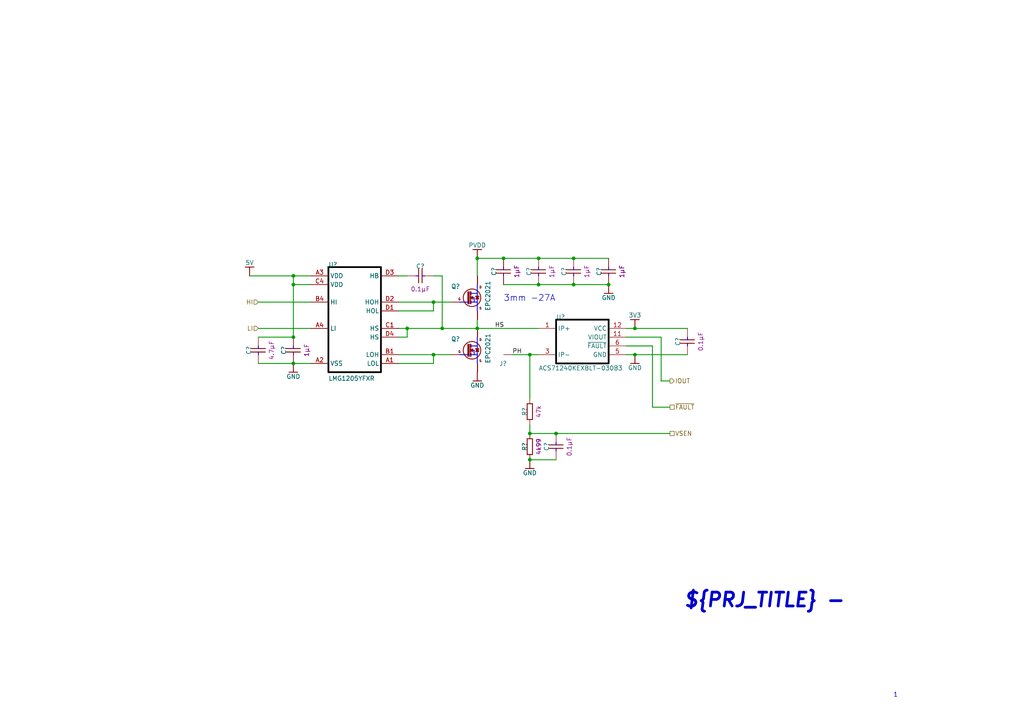
<source format=kicad_sch>
(kicad_sch (version 20230121) (generator eeschema)
  (paper "A4")
  (title_block (title "KA30GAN") (rev "1.0") (company "IPM Group ©"))
  (lib_symbols
    (symbol "ka30gan:3V3" (power)
      (property "Reference" "#PWR" (at 0 0 0))
      (property "Value" "3V3" (at 0 3.81 0))
      (symbol "3V3_0_0"
        (polyline (pts (xy -1.27 -2.54) (xy 1.27 -2.54)) (stroke (width 0.254)))
        (polyline (pts (xy 0 0) (xy 0 -2.54)) (stroke (width 0.254)))
        (pin power_in line (at 0 0 0) (length 0) hide (name "3V3") (number ""))
      )
    )
    (symbol "ka30gan:5V" (power)
      (property "Reference" "#PWR" (at 0 0 0))
      (property "Value" "5V" (at 0 3.81 0))
      (symbol "5V_0_0"
        (polyline (pts (xy -1.27 -2.54) (xy 1.27 -2.54)) (stroke (width 0.254)))
        (polyline (pts (xy 0 0) (xy 0 -2.54)) (stroke (width 0.254)))
        (pin power_in line (at 0 0 0) (length 0) hide (name "5V") (number ""))
      )
    )
    (symbol "ka30gan:GND" (power)
      (property "Reference" "#PWR" (at 0 0 0))
      (property "Value" "GND" (at 0 3.81 0))
      (symbol "GND_0_0"
        (polyline (pts (xy -1.27 -2.54) (xy 1.27 -2.54)) (stroke (width 0.254)))
        (polyline (pts (xy 0 0) (xy 0 -2.54)) (stroke (width 0.254)))
        (pin power_in line (at 0 0 0) (length 0) hide (name "GND") (number ""))
      )
    )
    (symbol "ka30gan:PVDD" (power)
      (property "Reference" "#PWR" (at 0 0 0))
      (property "Value" "PVDD" (at 0 3.81 0))
      (symbol "PVDD_0_0"
        (polyline (pts (xy -1.27 -2.54) (xy 1.27 -2.54)) (stroke (width 0.254)))
        (polyline (pts (xy 0 0) (xy 0 -2.54)) (stroke (width 0.254)))
        (pin power_in line (at 0 0 0) (length 0) hide (name "PVDD") (number ""))
      )
    )
    (symbol "ka30gan:root_0_1way"
      (symbol "root_0_1way_1_0"
        (pin passive line (at 2.54 0 180) (length 2.54) (name "1") (number "1"))
      )
    )
    (symbol "ka30gan:root_0_ACS711KEXLT-31AB-T"
      (symbol "root_0_ACS711KEXLT-31AB-T_1_0"
        (polyline (pts (xy 20.32 0) (xy 5.08 0) (xy 5.08 -12.7) (xy 20.32 -12.7) (xy 20.32 0)) (stroke (width 0.508) (color 0 0 0 1)))
        (pin passive line (at 0 -2.54 0) (length 5.08) (name "IP+") (number "1"))
        (pin output line (at 25.4 -5.08 180) (length 5.08) (name "VIOUT") (number "11"))
        (pin power_in line (at 25.4 -2.54 180) (length 5.08) (name "VCC") (number "12"))
        (pin passive line (at 0 -10.16 0) (length 5.08) (name "IP-") (number "3"))
        (pin power_in line (at 25.4 -10.16 180) (length 5.08) (name "GND") (number "5"))
        (pin open_collector line (at 25.4 -7.62 180) (length 5.08) (name "~{FAULT}") (number "6"))
      )
    )
    (symbol "ka30gan:root_0_Capacitor"
      (symbol "root_0_Capacitor_1_0"
        (polyline (pts (xy 2.54 0) (xy 3.302 0)) (stroke (width 0.254) (color 0 0 255 1)))
        (polyline (pts (xy 3.302 -2.032) (xy 3.302 2.032)) (stroke (width 0.254)))
        (polyline (pts (xy 4.318 2.032) (xy 4.318 -2.032)) (stroke (width 0.254)))
        (polyline (pts (xy 5.08 0) (xy 4.318 0)) (stroke (width 0.254) (color 0 0 255 1)))
        (pin passive line (at 0 0 0) (length 2.54) (name "1") (number "1"))
        (pin passive line (at 7.62 0 180) (length 2.54) (name "2") (number "2"))
      )
    )
    (symbol "ka30gan:root_0_LMG1205YFXR"
      (symbol "root_0_LMG1205YFXR_1_0"
        (polyline (pts (xy 5.08 0) (xy 5.08 -30.48) (xy 20.32 -30.48) (xy 20.32 0) (xy 5.08 0)) (stroke (width 0.508) (color 0 0 0 1)))
        (pin passive line (at 25.4 -27.94 180) (length 5.08) (name "LOL") (number "A1"))
        (pin power_in line (at 0 -27.94 0) (length 5.08) (name "VSS") (number "A2"))
        (pin power_in line (at 0 -2.54 0) (length 5.08) (name "VDD") (number "A3"))
        (pin input line (at 0 -17.78 0) (length 5.08) (name "LI") (number "A4"))
        (pin passive line (at 25.4 -25.4 180) (length 5.08) (name "LOH") (number "B1"))
        (pin input line (at 0 -10.16 0) (length 5.08) (name "HI") (number "B4"))
        (pin passive line (at 25.4 -17.78 180) (length 5.08) (name "HS") (number "C1"))
        (pin power_in line (at 0 -5.08 0) (length 5.08) (name "VDD") (number "C4"))
        (pin passive line (at 25.4 -12.7 180) (length 5.08) (name "HOL") (number "D1"))
        (pin passive line (at 25.4 -10.16 180) (length 5.08) (name "HOH") (number "D2"))
        (pin passive line (at 25.4 -2.54 180) (length 5.08) (name "HB") (number "D3"))
        (pin passive line (at 25.4 -20.32 180) (length 5.08) (name "HS") (number "D4"))
      )
    )
    (symbol "ka30gan:root_0_MOSFET EPC2021"
      (symbol "root_0_MOSFET EPC2021_1_0"
        (polyline (pts (xy 2.54 0) (xy 0 0)) (stroke (width 0.254) (color 0 0 255 1)))
        (polyline (pts (xy 3.175 1.27) (xy 4.191 1.27)) (stroke (width 0.254) (color 0 0 255 1)))
        (polyline (pts (xy 3.302 0) (xy 5.08 0)) (stroke (width 0.254) (color 0 0 255 1)))
        (polyline (pts (xy 3.302 2.54) (xy 5.08 2.54)) (stroke (width 0.254) (color 0 0 255 1)))
        (polyline (pts (xy 4.191 1.27) (xy 4.191 0)) (stroke (width 0.254) (color 0 0 255 1)))
        (polyline (pts (xy 5.08 -2.54) (xy 5.08 0)) (stroke (width 0.254) (color 0 0 255 1)))
        (polyline (pts (xy 5.08 2.54) (xy 5.08 0)) (stroke (width 0.254) (color 0 0 255 1)))
        (polyline (pts (xy 5.08 5.08) (xy 5.08 2.54)) (stroke (width 0.254) (color 0 0 255 1)))
        (polyline (pts (xy 3.302 1.27) (xy 3.81 1.778) (xy 3.81 0.762) (xy 3.302 1.27)) (fill (type outline)))
        (polyline (pts (xy 5.08 1.778) (xy 4.572 0.889) (xy 5.588 0.889) (xy 5.08 1.778)) (fill (type outline)))
        (polyline (pts (xy 2.286 -0.508) (xy 2.794 -0.508) (xy 2.794 3.048) (xy 2.286 3.048) (xy 2.286 -0.508)) (fill (type outline)))
        (rectangle (start 3.302 0.508) (end 3.048 -0.508) (fill (type outline)))
        (rectangle (start 3.302 1.778) (end 3.048 0.762) (fill (type outline)))
        (rectangle (start 3.302 3.048) (end 3.048 2.032) (fill (type outline)))
        (circle (center 3.556 1.27) (radius 2.54) (stroke (width 0.254)))
        (rectangle (start 5.588 1.778) (end 4.572 1.524) (fill (type outline)))
        (text "D" (at 5.588 4.699 0) (effects (font (size 0.635 0.635)) (justify left top)))
        (text "G" (at -0.508 0.508 0) (effects (font (size 0.635 0.635)) (justify left bottom)))
        (text "S" (at 5.588 -2.159 0) (effects (font (size 0.635 0.635)) (justify left bottom)))
        (pin passive line (at -2.54 0 0) (length 2.54) (name "G") (number "1"))
        (pin passive line (at 5.08 -5.08 90) (length 2.54) (name "S5") (number "10"))
        (pin passive line (at 5.08 7.62 270) (length 2.54) (name "D5") (number "11"))
        (pin passive line (at 5.08 7.62 270) (length 2.54) (name "D6") (number "12"))
        (pin passive line (at 5.08 -5.08 90) (length 2.54) (name "S6") (number "13"))
        (pin passive line (at 5.08 -5.08 90) (length 2.54) (name "S7") (number "14"))
        (pin passive line (at 5.08 7.62 270) (length 2.54) (name "D7") (number "15"))
        (pin passive line (at 5.08 7.62 270) (length 2.54) (name "D8") (number "16"))
        (pin passive line (at 5.08 -5.08 90) (length 2.54) (name "S8") (number "17"))
        (pin passive line (at 5.08 -5.08 90) (length 2.54) (name "S9") (number "18"))
        (pin passive line (at 5.08 7.62 270) (length 2.54) (name "D9") (number "19"))
        (pin passive line (at 5.08 -5.08 90) (length 2.54) (name "S1") (number "2"))
        (pin passive line (at 5.08 7.62 270) (length 2.54) (name "D10") (number "20"))
        (pin passive line (at 5.08 -5.08 90) (length 2.54) (name "S10") (number "21"))
        (pin passive line (at 5.08 -5.08 90) (length 2.54) (name "S11") (number "22"))
        (pin passive line (at 5.08 7.62 270) (length 2.54) (name "D11") (number "23"))
        (pin passive line (at 5.08 7.62 270) (length 2.54) (name "D12") (number "24"))
        (pin passive line (at 5.08 -5.08 90) (length 2.54) (name "S12") (number "25"))
        (pin passive line (at 5.08 -5.08 90) (length 2.54) (name "S13") (number "26"))
        (pin passive line (at 5.08 7.62 270) (length 2.54) (name "D13") (number "27"))
        (pin passive line (at 5.08 7.62 270) (length 2.54) (name "D14") (number "28"))
        (pin passive line (at 5.08 -5.08 90) (length 2.54) (name "S14") (number "29"))
        (pin passive line (at 5.08 7.62 270) (length 2.54) (name "D1") (number "3"))
        (pin passive line (at 5.08 -5.08 90) (length 2.54) (name "Sub") (number "30"))
        (pin passive line (at 5.08 7.62 270) (length 2.54) (name "D2") (number "4"))
        (pin passive line (at 5.08 -5.08 90) (length 2.54) (name "S2") (number "5"))
        (pin passive line (at 5.08 -5.08 90) (length 2.54) (name "S3") (number "6"))
        (pin passive line (at 5.08 7.62 270) (length 2.54) (name "D3") (number "7"))
        (pin passive line (at 5.08 7.62 270) (length 2.54) (name "D4") (number "8"))
        (pin passive line (at 5.08 -5.08 90) (length 2.54) (name "S4") (number "9"))
      )
    )
    (symbol "ka30gan:root_1_Capacitor"
      (symbol "root_1_Capacitor_1_0"
        (polyline (pts (xy -2.032 4.318) (xy 2.032 4.318)) (stroke (width 0.254)))
        (polyline (pts (xy 0 2.54) (xy 0 3.302)) (stroke (width 0.254) (color 0 0 255 1)))
        (polyline (pts (xy 0 5.08) (xy 0 4.318)) (stroke (width 0.254) (color 0 0 255 1)))
        (polyline (pts (xy 2.032 3.302) (xy -2.032 3.302)) (stroke (width 0.254)))
        (pin passive line (at 0 0 90) (length 2.54) (name "1") (number "1"))
        (pin passive line (at 0 7.62 270) (length 2.54) (name "2") (number "2"))
      )
    )
    (symbol "ka30gan:root_1_Resistor"
      (symbol "root_1_Resistor_1_0"
        (polyline (pts (xy -0.762 1.524) (xy 0.762 1.524)) (stroke (width 0.254)))
        (polyline (pts (xy -0.762 6.096) (xy -0.762 1.524)) (stroke (width 0.254)))
        (polyline (pts (xy 0.762 1.524) (xy 0.762 6.096)) (stroke (width 0.254)))
        (polyline (pts (xy 0.762 6.096) (xy -0.762 6.096)) (stroke (width 0.254)))
        (pin passive line (at 0 0 90) (length 1.524) (name "1") (number "1"))
        (pin passive line (at 0 7.62 270) (length 1.524) (name "2") (number "2"))
      )
    )
  )
  (junction (at 138.43 74.93))
  (junction (at 85.09 105.41))
  (junction (at 128.27 95.25))
  (junction (at 85.09 97.79))
  (junction (at 85.09 82.55))
  (junction (at 184.15 102.87))
  (junction (at 166.37 74.93))
  (junction (at 153.67 125.73))
  (junction (at 118.11 95.25))
  (junction (at 125.73 87.63))
  (junction (at 184.15 95.25))
  (junction (at 156.21 74.93))
  (junction (at 161.29 125.73))
  (junction (at 125.73 102.87))
  (junction (at 146.05 74.93))
  (junction (at 138.43 95.25))
  (junction (at 176.53 82.55))
  (junction (at 166.37 82.55))
  (junction (at 156.21 82.55))
  (junction (at 153.67 102.87))
  (junction (at 153.67 133.35))
  (junction (at 85.09 80.01))
  (wire (pts (xy 181.61 102.87) (xy 184.15 102.87)) (stroke (width 0.254)))
  (wire (pts (xy 128.27 95.25) (xy 138.43 95.25)) (stroke (width 0.254)))
  (wire (pts (xy 176.53 74.93) (xy 166.37 74.93)) (stroke (width 0.254)))
  (wire (pts (xy 115.57 102.87) (xy 125.73 102.87)) (stroke (width 0.254)))
  (wire (pts (xy 156.21 74.93) (xy 146.05 74.93)) (stroke (width 0.254)))
  (wire (pts (xy 118.11 97.79) (xy 118.11 95.25)) (stroke (width 0.254)))
  (wire (pts (xy 85.09 80.01) (xy 72.39 80.01)) (stroke (width 0.254)))
  (wire (pts (xy 125.73 90.17) (xy 115.57 90.17)) (stroke (width 0.254)))
  (wire (pts (xy 166.37 82.55) (xy 176.53 82.55)) (stroke (width 0.254)))
  (wire (pts (xy 181.61 97.79) (xy 191.77 97.79)) (stroke (width 0.254)))
  (wire (pts (xy 194.31 125.73) (xy 161.29 125.73)) (stroke (width 0.254)))
  (wire (pts (xy 85.09 80.01) (xy 85.09 82.55)) (stroke (width 0.254)))
  (wire (pts (xy 153.67 115.57) (xy 153.67 102.87)) (stroke (width 0.254)))
  (wire (pts (xy 191.77 97.79) (xy 191.77 110.49)) (stroke (width 0.254)))
  (wire (pts (xy 138.43 92.71) (xy 138.43 95.25)) (stroke (width 0.254)))
  (wire (pts (xy 85.09 97.79) (xy 74.93 97.79)) (stroke (width 0.254)))
  (wire (pts (xy 146.05 82.55) (xy 156.21 82.55)) (stroke (width 0.254)))
  (wire (pts (xy 90.17 80.01) (xy 85.09 80.01)) (stroke (width 0.254)))
  (wire (pts (xy 128.27 80.01) (xy 125.73 80.01)) (stroke (width 0.254)))
  (wire (pts (xy 166.37 74.93) (xy 156.21 74.93)) (stroke (width 0.254)))
  (wire (pts (xy 156.21 82.55) (xy 166.37 82.55)) (stroke (width 0.254)))
  (wire (pts (xy 161.29 125.73) (xy 153.67 125.73)) (stroke (width 0.254)))
  (wire (pts (xy 115.57 87.63) (xy 125.73 87.63)) (stroke (width 0.254)))
  (wire (pts (xy 125.73 87.63) (xy 125.73 90.17)) (stroke (width 0.254)))
  (wire (pts (xy 153.67 133.35) (xy 161.29 133.35)) (stroke (width 0.254)))
  (wire (pts (xy 130.81 87.63) (xy 125.73 87.63)) (stroke (width 0.254)))
  (wire (pts (xy 115.57 97.79) (xy 118.11 97.79)) (stroke (width 0.254)))
  (wire (pts (xy 181.61 100.33) (xy 189.23 100.33)) (stroke (width 0.254)))
  (wire (pts (xy 184.15 102.87) (xy 199.39 102.87)) (stroke (width 0.254)))
  (wire (pts (xy 189.23 118.11) (xy 194.31 118.11)) (stroke (width 0.254)))
  (wire (pts (xy 90.17 87.63) (xy 74.93 87.63)) (stroke (width 0.254)))
  (wire (pts (xy 153.67 102.87) (xy 156.21 102.87)) (stroke (width 0.254)))
  (wire (pts (xy 90.17 95.25) (xy 74.93 95.25)) (stroke (width 0.254)))
  (wire (pts (xy 153.67 125.73) (xy 153.67 123.19)) (stroke (width 0.254)))
  (wire (pts (xy 130.81 102.87) (xy 125.73 102.87)) (stroke (width 0.254)))
  (wire (pts (xy 156.21 95.25) (xy 138.43 95.25)) (stroke (width 0.254)))
  (wire (pts (xy 85.09 82.55) (xy 85.09 97.79)) (stroke (width 0.254)))
  (wire (pts (xy 115.57 95.25) (xy 118.11 95.25)) (stroke (width 0.254)))
  (wire (pts (xy 125.73 102.87) (xy 125.73 105.41)) (stroke (width 0.254)))
  (wire (pts (xy 189.23 100.33) (xy 189.23 118.11)) (stroke (width 0.254)))
  (wire (pts (xy 146.05 74.93) (xy 138.43 74.93)) (stroke (width 0.254)))
  (wire (pts (xy 90.17 105.41) (xy 85.09 105.41)) (stroke (width 0.254)))
  (wire (pts (xy 181.61 95.25) (xy 184.15 95.25)) (stroke (width 0.254)))
  (wire (pts (xy 85.09 105.41) (xy 74.93 105.41)) (stroke (width 0.254)))
  (wire (pts (xy 184.15 95.25) (xy 199.39 95.25)) (stroke (width 0.254)))
  (wire (pts (xy 90.17 82.55) (xy 85.09 82.55)) (stroke (width 0.254)))
  (wire (pts (xy 128.27 95.25) (xy 128.27 80.01)) (stroke (width 0.254)))
  (wire (pts (xy 125.73 105.41) (xy 115.57 105.41)) (stroke (width 0.254)))
  (wire (pts (xy 148.59 102.87) (xy 153.67 102.87)) (stroke (width 0.254)))
  (wire (pts (xy 118.11 80.01) (xy 115.57 80.01)) (stroke (width 0.254)))
  (wire (pts (xy 118.11 95.25) (xy 128.27 95.25)) (stroke (width 0.254)))
  (wire (pts (xy 191.77 110.49) (xy 194.31 110.49)) (stroke (width 0.254)))
  (wire (pts (xy 138.43 74.93) (xy 138.43 80.01)) (stroke (width 0.254)))
  (text "${PRJ_TITLE} - ${SHEETNAME} " (at 198.12 176.53 0) (effects (font (size 4 4) bold italic) (justify left bottom)))
  (text "3mm -27A" (at 146.05 87.63 0) (effects (font (size 1.778 1.778)) (justify left bottom)))
  (text "${#}" (at 275.59 202.3872 0) (effects (font (size 1.27 1.27)) (justify left bottom)))
  (text "${##}" (at 259.08 202.3872 0) (effects (font (size 1.27 1.27)) (justify left bottom)))
  (label "PH" (at 148.59 102.87 180))
  (label "HS" (at 143.51 95.25 180))
  (hierarchical_label "IOUT" (shape output) (at 194.31 110.49 0))
  (hierarchical_label "LI" (shape input) (at 74.93 95.25 180))
  (hierarchical_label "~{FAULT}" (shape passive) (at 194.31 118.11 0))
  (hierarchical_label "HI" (shape input) (at 74.93 87.63 180))
  (hierarchical_label "VSEN" (shape passive) (at 194.31 125.73 0))
  (symbol (lib_id "ka30gan:root_0_1way") (at 146.05 102.87 0) (unit 1) (in_bom no)
    (property "Reference" "J?" (at 144.78 106.172 0) (effects (justify left bottom)))
    (property "Value" "2 way net tie junction" (effects hide))
    (property "Footprint" "J_pin_3x4" (effects hide))
    (property "FOOTPRINTNOTE" "LP=12mil, MP=40mil, HP=120mil" (effects hide))
  )
  (symbol (lib_id "ka30gan:GND") (at 138.43 107.95 0) (unit 1)
    (property "Reference" "#PWR?" (effects hide))
    (property "Value" "GND" (at 138.43 111.76 0))
  )
  (symbol (lib_id "ka30gan:root_0_ACS711KEXLT-31AB-T") (at 156.21 92.71 0) (unit 1)
    (property "Reference" "U?" (at 161.29 92.71 0) (effects (justify left bottom)))
    (property "Value" "${MANUFACTURER PART NUMBER}" (at 156.21 107.4928 0) (effects (justify left bottom)))
    (property "Footprint" "ACS711EX" (effects hide))
    (property "MANUFACTURER" "Allegro" (effects hide))
    (property "MANUFACTURER PART NUMBER" "ACS71240KEXBLT-030B3" (effects hide))
    (property "MOUNTED" "Yes" (effects hide))
    (property "PART DESCRIPTION" "SENSOR CURRENT HALL 30A AC/DC" (effects hide))
    (property "PIN COUNT" "12" (effects hide))
    (property "SMD" "Yes" (effects hide))
    (property "CASE" "QFN" (effects hide))
    (property "PACKAGEDESCRIPTION" "QFN-12" (effects hide))
    (property "PART NUMBER" "ACS71240KEXBLT-030B3" (effects hide))
    (property "SUPPLIER 1" "Farnell" (effects hide))
    (property "SUPPLIER 2" "RSComponents" (effects hide))
    (property "SUPPLIER 3" "Digi-Key" (effects hide))
    (property "SUPPLIER PART NUMBER 3" "620-2049-1-ND" (effects hide))
  )
  (symbol (lib_id "ka30gan:root_1_Resistor") (at 153.67 133.35 0) (unit 1)
    (property "Reference" "R?" (at 152.908 129.54 90) (effects (justify bottom)))
    (property "Value" "${VALUEDISPLAYED}" (effects hide))
    (property "Footprint" "RESC1005X04L" (effects hide))
    (property "VALUEDISPLAYED" "4k99" (at 156.972 129.54 90) (effects (justify bottom)))
    (property "PART NUMBER" "R0402_4k99" (effects hide))
    (property "CASE" "0402" (effects hide))
    (property "DESIGNATOR" "R0402_4k99" (effects hide))
    (property "MANUFACTURER" "PANASONIC" (effects hide))
    (property "MANUFACTURER PART NUMBER" "ERJ2RKF4991X" (effects hide))
    (property "MANUFACTURER1" "KOA" (effects hide))
    (property "MANUFACTURER1 PART NUMBER" "RK73H1ETTP4991F" (effects hide))
    (property "COMPONENT HEIGHT" "0.4mm" (effects hide))
    (property "PART DESCRIPTION" "RES, 4.99 kohm, 50 V, 0402, 100 mW" (effects hide))
    (property "PIN COUNT" "2" (effects hide))
    (property "POWER" "0.1W" (effects hide))
    (property "SMD" "Yes" (effects hide))
    (property "TC" "±100ppm/°C" (effects hide))
    (property "SUPPLIER 1" "Farnell" (effects hide))
    (property "SUPPLIER 2" "RSComponents" (effects hide))
    (property "SUPPLIER 3" "Digi-Key" (effects hide))
    (property "SUPPLIER PART NUMBER 1" "2059145" (effects hide))
    (property "SUPPLIER PART NUMBER 2" "123-4324" (effects hide))
    (property "SUPPLIER PART NUMBER 3" "P4.99KLCT-ND" (effects hide))
    (property "TOLERANCE" "±1%" (effects hide))
  )
  (symbol (lib_id "ka30gan:root_1_Capacitor") (at 161.29 133.35 0) (unit 1)
    (property "Reference" "C?" (at 159.258 129.54 90) (effects (justify bottom)))
    (property "Value" "${VALUEDISPLAYED}" (effects hide))
    (property "Footprint" "CAPC1005X05L" (effects hide))
    (property "VALUEDISPLAYED" "0.1µF" (at 165.862 129.54 90) (effects (justify bottom)))
    (property "PART NUMBER" "C0402_100nF 16V" (effects hide))
    (property "CASE" "0402" (effects hide))
    (property "DESIGNATOR" "C0402_100nF 16V" (effects hide))
    (property "MANUFACTURER" "KEMET" (effects hide))
    (property "MANUFACTURER PART NUMBER" "C0402C104M4RACAUTO" (effects hide))
    (property "COMPONENT HEIGHT" "0.55mm" (effects hide))
    (property "PART DESCRIPTION" "CAP, CERM, 0402, 0.1 µF, 16 V, ± 20%, X7R" (effects hide))
    (property "PIN COUNT" "2" (effects hide))
    (property "SMD" "Yes" (effects hide))
    (property "DIELECTRIC" "X7R" (effects hide))
    (property "TOLERANCE" "±20%" (effects hide))
    (property "CAP_F" "0,0000001" (effects hide))
    (property "VOLTAGE" "16V" (effects hide))
    (property "SUPPLIER 1" "Farnell" (effects hide))
    (property "SUPPLIER 2" "RSComponents" (effects hide))
    (property "SUPPLIER 3" "Digi-Key" (effects hide))
    (property "SUPPLIER PART NUMBER 1" "2773075" (effects hide))
    (property "SUPPLIER PART NUMBER 2" "133-5648" (effects hide))
    (property "SUPPLIER PART NUMBER 3" "399-13707-1-ND" (effects hide))
  )
  (symbol (lib_id "ka30gan:GND") (at 176.53 82.55 0) (unit 1)
    (property "Reference" "#PWR?" (effects hide))
    (property "Value" "GND" (at 176.53 86.36 0))
  )
  (symbol (lib_id "ka30gan:root_0_MOSFET EPC2021") (at 133.35 102.87 0) (unit 1)
    (property "Reference" "Q?" (at 130.81 99.06 0) (effects (justify left bottom)))
    (property "Value" "${MANUFACTURER PART NUMBER}" (at 142.24 105.41 90) (effects (justify left bottom)))
    (property "Footprint" "EPC2x40XL" (effects hide))
    (property "SUPPLIER 1" "Digi-Key" (effects hide))
    (property "SUPPLIER 2" "Digi-Key" (effects hide))
    (property "SUPPLIER 3" "Digi-Key" (effects hide))
    (property "SUPPLIER PART NUMBER 1" "917-1089-1-ND" (effects hide))
    (property "SUPPLIER PART NUMBER 2" "917-1089-2-ND" (effects hide))
    (property "SUPPLIER PART NUMBER 3" "917-1089-6-ND" (effects hide))
    (property "CASE" "DIE" (effects hide))
    (property "CHTYPE" "N" (effects hide))
    (property "IDSMAX_A" "90" (effects hide))
    (property "MANUFACTURER" "EPC" (effects hide))
    (property "MANUFACTURER PART NUMBER" "EPC2021" (effects hide))
    (property "MOUNTED" "Yes" (effects hide))
    (property "PACKAGEDESCRIPTION" "DIE-30" (effects hide))
    (property "PART DESCRIPTION" "N-CH 80V 90 A 2.5mR Gallium Nitride" (effects hide))
    (property "PART NUMBER" "EPC2021" (effects hide))
    (property "PIN COUNT" "30" (effects hide))
    (property "PITCH" "0.4mm" (effects hide))
    (property "QGTYP_NC" "15" (effects hide))
    (property "RDS" "2.5mR" (effects hide))
    (property "SMD" "Yes" (effects hide))
    (property "VDSMAX_V" "80" (effects hide))
    (property "VGS_V" "1.4" (effects hide))
  )
  (symbol (lib_id "ka30gan:root_1_Capacitor") (at 74.93 105.41 0) (unit 1)
    (property "Reference" "C?" (at 72.898 101.6 90) (effects (justify bottom)))
    (property "Value" "${VALUEDISPLAYED}" (effects hide))
    (property "Footprint" "CAPC1005X05L" (effects hide))
    (property "VALUEDISPLAYED" "4.7µF" (at 79.502 101.6 90) (effects (justify bottom)))
    (property "PART NUMBER" "C0402_4u7 6.3V" (effects hide))
    (property "CASE" "0402" (effects hide))
    (property "DESIGNATOR" "C0402_4u7 6.3V" (effects hide))
    (property "MANUFACTURER" "TDK" (effects hide))
    (property "MANUFACTURER PART NUMBER" "C1005X5R0J475M050BC" (effects hide))
    (property "COMPONENT HEIGHT" "0.55mm" (effects hide))
    (property "PART DESCRIPTION" "CAP, CERM, 0402, 4.7 µF, 6.3 V, ± 20%, X5R" (effects hide))
    (property "PIN COUNT" "2" (effects hide))
    (property "SMD" "Yes" (effects hide))
    (property "DIELECTRIC" "X5R" (effects hide))
    (property "TOLERANCE" "±20%" (effects hide))
    (property "CAP_F" "0,0000047" (effects hide))
    (property "VOLTAGE" "6.3V" (effects hide))
    (property "SUPPLIER 1" "Farnell" (effects hide))
    (property "SUPPLIER 2" "RSComponents" (effects hide))
    (property "SUPPLIER 3" "Digi-Key" (effects hide))
    (property "SUPPLIER PART NUMBER 1" "2309027" (effects hide))
    (property "SUPPLIER PART NUMBER 3" "490-5915-1-ND" (effects hide))
  )
  (symbol (lib_id "ka30gan:GND") (at 85.09 105.41 0) (unit 1)
    (property "Reference" "#PWR?" (effects hide))
    (property "Value" "GND" (at 85.09 109.22 0))
  )
  (symbol (lib_id "ka30gan:root_1_Capacitor") (at 156.21 82.55 0) (unit 1)
    (property "Reference" "C?" (at 154.178 78.74 90) (effects (justify bottom)))
    (property "Value" "${VALUEDISPLAYED}" (effects hide))
    (property "Footprint" "CAPC1608X87N" (effects hide))
    (property "VALUEDISPLAYED" "1µF" (at 160.782 78.74 90) (effects (justify bottom)))
    (property "PART NUMBER" "C0603_1uF 50V" (effects hide))
    (property "CASE" "0603" (effects hide))
    (property "DESIGNATOR" "C0603_1uF 50V" (effects hide))
    (property "MANUFACTURER" "TDK" (effects hide))
    (property "MANUFACTURER PART NUMBER" "C1608X5R1H105K080AB" (effects hide))
    (property "MANUFACTURER1" "Samsung" (effects hide))
    (property "MANUFACTURER1 PART NUMBER" "CL10A105KB8NNNC" (effects hide))
    (property "COMPONENT HEIGHT" "0.95mm" (effects hide))
    (property "PART DESCRIPTION" "CAP, CERM, 0603, 1 µF, 50 V, ± 10%, X5R" (effects hide))
    (property "PIN COUNT" "2" (effects hide))
    (property "SMD" "Yes" (effects hide))
    (property "DIELECTRIC" "X5R" (effects hide))
    (property "TOLERANCE" "±10%" (effects hide))
    (property "CAP_F" "0,000001" (effects hide))
    (property "VOLTAGE" "50V" (effects hide))
    (property "SUPPLIER 1" "Farnell" (effects hide))
    (property "SUPPLIER 2" "RSComponents" (effects hide))
    (property "SUPPLIER 3" "Digi-Key" (effects hide))
    (property "SUPPLIER PART NUMBER 1" "2211179" (effects hide))
    (property "SUPPLIER PART NUMBER 2" "788-3001" (effects hide))
    (property "SUPPLIER PART NUMBER 3" "1276-1860-1-ND" (effects hide))
  )
  (symbol (lib_id "ka30gan:root_1_Resistor") (at 153.67 123.19 0) (unit 1)
    (property "Reference" "R?" (at 152.908 119.38 90) (effects (justify bottom)))
    (property "Value" "${VALUEDISPLAYED}" (effects hide))
    (property "Footprint" "RESC1005X04L" (effects hide))
    (property "VALUEDISPLAYED" "47k" (at 156.972 119.38 90) (effects (justify bottom)))
    (property "PART NUMBER" "R0402_47k" (effects hide))
    (property "CASE" "0402" (effects hide))
    (property "DESIGNATOR" "R0402_47K" (effects hide))
    (property "MANUFACTURER" "PANASONIC" (effects hide))
    (property "MANUFACTURER PART NUMBER" "ERJ2RKF4702X" (effects hide))
    (property "MANUFACTURER1" "VISHAY" (effects hide))
    (property "MANUFACTURER1 PART NUMBER" "CRCW040247K0FKED" (effects hide))
    (property "COMPONENT HEIGHT" "0.4mm" (effects hide))
    (property "PART DESCRIPTION" "RES, 47 kohm, 50 V, 0402, 100 mW" (effects hide))
    (property "PIN COUNT" "2" (effects hide))
    (property "POWER" "0.1W" (effects hide))
    (property "SMD" "Yes" (effects hide))
    (property "TC" "±100ppm/°C" (effects hide))
    (property "SUPPLIER 1" "Farnell" (effects hide))
    (property "SUPPLIER 2" "RSComponents" (effects hide))
    (property "SUPPLIER 3" "Digi-Key" (effects hide))
    (property "SUPPLIER PART NUMBER 1" "2302806" (effects hide))
    (property "SUPPLIER PART NUMBER 2" "678-9361" (effects hide))
    (property "SUPPLIER PART NUMBER 3" "P47.0KLCT-ND" (effects hide))
    (property "TOLERANCE" "±1%" (effects hide))
  )
  (symbol (lib_id "ka30gan:root_1_Capacitor") (at 176.53 82.55 0) (unit 1)
    (property "Reference" "C?" (at 174.498 78.74 90) (effects (justify bottom)))
    (property "Value" "${VALUEDISPLAYED}" (effects hide))
    (property "Footprint" "CAPC1608X87N" (effects hide))
    (property "VALUEDISPLAYED" "1µF" (at 181.102 78.74 90) (effects (justify bottom)))
    (property "PART NUMBER" "C0603_1uF 50V" (effects hide))
    (property "CASE" "0603" (effects hide))
    (property "DESIGNATOR" "C0603_1uF 50V" (effects hide))
    (property "MANUFACTURER" "TDK" (effects hide))
    (property "MANUFACTURER PART NUMBER" "C1608X5R1H105K080AB" (effects hide))
    (property "MANUFACTURER1" "Samsung" (effects hide))
    (property "MANUFACTURER1 PART NUMBER" "CL10A105KB8NNNC" (effects hide))
    (property "COMPONENT HEIGHT" "0.95mm" (effects hide))
    (property "PART DESCRIPTION" "CAP, CERM, 0603, 1 µF, 50 V, ± 10%, X5R" (effects hide))
    (property "PIN COUNT" "2" (effects hide))
    (property "SMD" "Yes" (effects hide))
    (property "DIELECTRIC" "X5R" (effects hide))
    (property "TOLERANCE" "±10%" (effects hide))
    (property "CAP_F" "0,000001" (effects hide))
    (property "VOLTAGE" "50V" (effects hide))
    (property "SUPPLIER 1" "Farnell" (effects hide))
    (property "SUPPLIER 2" "RSComponents" (effects hide))
    (property "SUPPLIER 3" "Digi-Key" (effects hide))
    (property "SUPPLIER PART NUMBER 1" "2211179" (effects hide))
    (property "SUPPLIER PART NUMBER 2" "788-3001" (effects hide))
    (property "SUPPLIER PART NUMBER 3" "1276-1860-1-ND" (effects hide))
  )
  (symbol (lib_id "ka30gan:GND") (at 153.67 133.35 0) (unit 1)
    (property "Reference" "#PWR?" (effects hide))
    (property "Value" "GND" (at 153.67 137.16 0))
  )
  (symbol (lib_id "ka30gan:root_1_Capacitor") (at 199.39 102.87 0) (unit 1)
    (property "Reference" "C?" (at 197.358 99.06 90) (effects (justify bottom)))
    (property "Value" "${VALUEDISPLAYED}" (effects hide))
    (property "Footprint" "CAPC1005X05L" (effects hide))
    (property "VALUEDISPLAYED" "0.1µF" (at 203.962 99.06 90) (effects (justify bottom)))
    (property "PART NUMBER" "C0402_100nF 16V" (effects hide))
    (property "CASE" "0402" (effects hide))
    (property "DESIGNATOR" "C0402_100nF 16V" (effects hide))
    (property "MANUFACTURER" "KEMET" (effects hide))
    (property "MANUFACTURER PART NUMBER" "C0402C104M4RACAUTO" (effects hide))
    (property "COMPONENT HEIGHT" "0.55mm" (effects hide))
    (property "PART DESCRIPTION" "CAP, CERM, 0402, 0.1 µF, 16 V, ± 20%, X7R" (effects hide))
    (property "PIN COUNT" "2" (effects hide))
    (property "SMD" "Yes" (effects hide))
    (property "DIELECTRIC" "X7R" (effects hide))
    (property "TOLERANCE" "±20%" (effects hide))
    (property "CAP_F" "0,0000001" (effects hide))
    (property "VOLTAGE" "16V" (effects hide))
    (property "SUPPLIER 1" "Farnell" (effects hide))
    (property "SUPPLIER 2" "RSComponents" (effects hide))
    (property "SUPPLIER 3" "Digi-Key" (effects hide))
    (property "SUPPLIER PART NUMBER 1" "2773075" (effects hide))
    (property "SUPPLIER PART NUMBER 2" "133-5648" (effects hide))
    (property "SUPPLIER PART NUMBER 3" "399-13707-1-ND" (effects hide))
  )
  (symbol (lib_id "ka30gan:root_0_LMG1205YFXR") (at 90.17 77.47 0) (unit 1)
    (property "Reference" "U?" (at 95.25 77.47 0) (effects (justify left bottom)))
    (property "Value" "${MANUFACTURER PART NUMBER}" (at 95.25 110.49 0) (effects (justify left bottom)))
    (property "Footprint" "YFX0012AHAP" (effects hide))
    (property "MANUFACTURER" "Texas Instruments" (effects hide))
    (property "CASE" "DSBGA" (effects hide))
    (property "MANUFACTURER PART NUMBER" "LMG1205YFXR" (effects hide))
    (property "MOUNTED" "Yes" (effects hide))
    (property "PACKAGEDESCRIPTION" "DSBGA-12" (effects hide))
    (property "PART DESCRIPTION" "GATE DRVR HALF-BRIDGE 12DSBGA" (effects hide))
    (property "PART NUMBER" "LMG1205YFXR" (effects hide))
    (property "PIN COUNT" "12" (effects hide))
    (property "PITCH" "0.4mm" (effects hide))
    (property "SMD" "Yes" (effects hide))
    (property "SUPPLIER 1" "Farnell" (effects hide))
    (property "SUPPLIER 2" "RSComponents" (effects hide))
    (property "SUPPLIER 3" "Digi-Key" (effects hide))
    (property "SUPPLIER PART NUMBER 3" "296-48589-1-ND" (effects hide))
  )
  (symbol (lib_id "ka30gan:root_1_Capacitor") (at 146.05 82.55 0) (unit 1)
    (property "Reference" "C?" (at 144.018 78.74 90) (effects (justify bottom)))
    (property "Value" "${VALUEDISPLAYED}" (effects hide))
    (property "Footprint" "CAPC1608X87N" (effects hide))
    (property "VALUEDISPLAYED" "1µF" (at 150.622 78.74 90) (effects (justify bottom)))
    (property "PART NUMBER" "C0603_1uF 50V" (effects hide))
    (property "CASE" "0603" (effects hide))
    (property "DESIGNATOR" "C0603_1uF 50V" (effects hide))
    (property "MANUFACTURER" "TDK" (effects hide))
    (property "MANUFACTURER PART NUMBER" "C1608X5R1H105K080AB" (effects hide))
    (property "MANUFACTURER1" "Samsung" (effects hide))
    (property "MANUFACTURER1 PART NUMBER" "CL10A105KB8NNNC" (effects hide))
    (property "COMPONENT HEIGHT" "0.95mm" (effects hide))
    (property "PART DESCRIPTION" "CAP, CERM, 0603, 1 µF, 50 V, ± 10%, X5R" (effects hide))
    (property "PIN COUNT" "2" (effects hide))
    (property "SMD" "Yes" (effects hide))
    (property "DIELECTRIC" "X5R" (effects hide))
    (property "TOLERANCE" "±10%" (effects hide))
    (property "CAP_F" "0,000001" (effects hide))
    (property "VOLTAGE" "50V" (effects hide))
    (property "SUPPLIER 1" "Farnell" (effects hide))
    (property "SUPPLIER 2" "RSComponents" (effects hide))
    (property "SUPPLIER 3" "Digi-Key" (effects hide))
    (property "SUPPLIER PART NUMBER 1" "2211179" (effects hide))
    (property "SUPPLIER PART NUMBER 2" "788-3001" (effects hide))
    (property "SUPPLIER PART NUMBER 3" "1276-1860-1-ND" (effects hide))
  )
  (symbol (lib_id "ka30gan:3V3") (at 184.15 95.25 180) (unit 1)
    (property "Reference" "#PWR?" (effects hide))
    (property "Value" "3V3" (at 184.15 91.44 0))
  )
  (symbol (lib_id "ka30gan:GND") (at 184.15 102.87 0) (unit 1)
    (property "Reference" "#PWR?" (effects hide))
    (property "Value" "GND" (at 184.15 106.68 0))
  )
  (symbol (lib_id "ka30gan:root_0_MOSFET EPC2021") (at 133.35 87.63 0) (unit 1)
    (property "Reference" "Q?" (at 130.81 83.82 0) (effects (justify left bottom)))
    (property "Value" "${MANUFACTURER PART NUMBER}" (at 142.24 90.17 90) (effects (justify left bottom)))
    (property "Footprint" "EPC2x40XL" (effects hide))
    (property "SUPPLIER 1" "Digi-Key" (effects hide))
    (property "SUPPLIER 2" "Digi-Key" (effects hide))
    (property "SUPPLIER 3" "Digi-Key" (effects hide))
    (property "SUPPLIER PART NUMBER 1" "917-1089-1-ND" (effects hide))
    (property "SUPPLIER PART NUMBER 2" "917-1089-2-ND" (effects hide))
    (property "SUPPLIER PART NUMBER 3" "917-1089-6-ND" (effects hide))
    (property "CASE" "DIE" (effects hide))
    (property "CHTYPE" "N" (effects hide))
    (property "IDSMAX_A" "90" (effects hide))
    (property "MANUFACTURER" "EPC" (effects hide))
    (property "MANUFACTURER PART NUMBER" "EPC2021" (effects hide))
    (property "MOUNTED" "Yes" (effects hide))
    (property "PACKAGEDESCRIPTION" "DIE-30" (effects hide))
    (property "PART DESCRIPTION" "N-CH 80V 90 A 2.5mR Gallium Nitride" (effects hide))
    (property "PART NUMBER" "EPC2021" (effects hide))
    (property "PIN COUNT" "30" (effects hide))
    (property "PITCH" "0.4mm" (effects hide))
    (property "QGTYP_NC" "15" (effects hide))
    (property "RDS" "2.5mR" (effects hide))
    (property "SMD" "Yes" (effects hide))
    (property "VDSMAX_V" "80" (effects hide))
    (property "VGS_V" "1.4" (effects hide))
  )
  (symbol (lib_id "ka30gan:PVDD") (at 138.43 74.93 180) (unit 1)
    (property "Reference" "#PWR?" (effects hide))
    (property "Value" "PVDD" (at 138.43 71.12 0))
  )
  (symbol (lib_id "ka30gan:5V") (at 72.39 80.01 180) (unit 1)
    (property "Reference" "#PWR?" (effects hide))
    (property "Value" "5V" (at 72.39 76.2 0))
  )
  (symbol (lib_id "ka30gan:root_1_Capacitor") (at 166.37 82.55 0) (unit 1)
    (property "Reference" "C?" (at 164.338 78.74 90) (effects (justify bottom)))
    (property "Value" "${VALUEDISPLAYED}" (effects hide))
    (property "Footprint" "CAPC1608X87N" (effects hide))
    (property "VALUEDISPLAYED" "1µF" (at 170.942 78.74 90) (effects (justify bottom)))
    (property "PART NUMBER" "C0603_1uF 50V" (effects hide))
    (property "CASE" "0603" (effects hide))
    (property "DESIGNATOR" "C0603_1uF 50V" (effects hide))
    (property "MANUFACTURER" "TDK" (effects hide))
    (property "MANUFACTURER PART NUMBER" "C1608X5R1H105K080AB" (effects hide))
    (property "MANUFACTURER1" "Samsung" (effects hide))
    (property "MANUFACTURER1 PART NUMBER" "CL10A105KB8NNNC" (effects hide))
    (property "COMPONENT HEIGHT" "0.95mm" (effects hide))
    (property "PART DESCRIPTION" "CAP, CERM, 0603, 1 µF, 50 V, ± 10%, X5R" (effects hide))
    (property "PIN COUNT" "2" (effects hide))
    (property "SMD" "Yes" (effects hide))
    (property "DIELECTRIC" "X5R" (effects hide))
    (property "TOLERANCE" "±10%" (effects hide))
    (property "CAP_F" "0,000001" (effects hide))
    (property "VOLTAGE" "50V" (effects hide))
    (property "SUPPLIER 1" "Farnell" (effects hide))
    (property "SUPPLIER 2" "RSComponents" (effects hide))
    (property "SUPPLIER 3" "Digi-Key" (effects hide))
    (property "SUPPLIER PART NUMBER 1" "2211179" (effects hide))
    (property "SUPPLIER PART NUMBER 2" "788-3001" (effects hide))
    (property "SUPPLIER PART NUMBER 3" "1276-1860-1-ND" (effects hide))
  )
  (symbol (lib_id "ka30gan:root_1_Capacitor") (at 85.09 105.41 0) (unit 1)
    (property "Reference" "C?" (at 83.058 101.6 90) (effects (justify bottom)))
    (property "Value" "${VALUEDISPLAYED}" (effects hide))
    (property "Footprint" "CAPC1005X05L" (effects hide))
    (property "VALUEDISPLAYED" "1µF" (at 89.662 101.6 90) (effects (justify bottom)))
    (property "PART NUMBER" "C0402_1u 16V" (effects hide))
    (property "CASE" "0402" (effects hide))
    (property "DESIGNATOR" "C0402_1u 16V" (effects hide))
    (property "MANUFACTURER" "TDK" (effects hide))
    (property "MANUFACTURER PART NUMBER" "CGB2A1JB1C105M033BC" (effects hide))
    (property "COMPONENT HEIGHT" "0.55mm" (effects hide))
    (property "PART DESCRIPTION" "CAP, CERM, 0402, 1 µF, 16 V, ± 20%, X5R" (effects hide))
    (property "PIN COUNT" "2" (effects hide))
    (property "SMD" "Yes" (effects hide))
    (property "DIELECTRIC" "X5R" (effects hide))
    (property "TOLERANCE" "±20%" (effects hide))
    (property "CAP_F" "0,000001" (effects hide))
    (property "VOLTAGE" "16V" (effects hide))
    (property "SUPPLIER 1" "Farnell" (effects hide))
    (property "SUPPLIER 2" "RSComponents" (effects hide))
    (property "SUPPLIER 3" "Digi-Key" (effects hide))
    (property "SUPPLIER PART NUMBER 3" "1276-1067-1-ND" (effects hide))
  )
  (symbol (lib_id "ka30gan:root_0_Capacitor") (at 118.11 80.01 0) (unit 1)
    (property "Reference" "C?" (at 121.92 77.978 0) (effects (justify bottom)))
    (property "Value" "${VALUEDISPLAYED}" (effects hide))
    (property "Footprint" "CAPC1005X05L" (effects hide))
    (property "VALUEDISPLAYED" "0.1µF" (at 121.92 84.582 0) (effects (justify bottom)))
    (property "PART NUMBER" "C0402_100nF 16V" (effects hide))
    (property "CASE" "0402" (effects hide))
    (property "DESIGNATOR" "C0402_100nF 16V" (effects hide))
    (property "MANUFACTURER" "KEMET" (effects hide))
    (property "MANUFACTURER PART NUMBER" "C0402C104M4RACAUTO" (effects hide))
    (property "COMPONENT HEIGHT" "0.55mm" (effects hide))
    (property "PART DESCRIPTION" "CAP, CERM, 0402, 0.1 µF, 16 V, ± 20%, X7R" (effects hide))
    (property "PIN COUNT" "2" (effects hide))
    (property "SMD" "Yes" (effects hide))
    (property "DIELECTRIC" "X7R" (effects hide))
    (property "TOLERANCE" "±20%" (effects hide))
    (property "CAP_F" "0,0000001" (effects hide))
    (property "VOLTAGE" "16V" (effects hide))
    (property "SUPPLIER 1" "Farnell" (effects hide))
    (property "SUPPLIER 2" "RSComponents" (effects hide))
    (property "SUPPLIER 3" "Digi-Key" (effects hide))
    (property "SUPPLIER PART NUMBER 1" "2773075" (effects hide))
    (property "SUPPLIER PART NUMBER 2" "133-5648" (effects hide))
    (property "SUPPLIER PART NUMBER 3" "399-13707-1-ND" (effects hide))
  )
)
</source>
